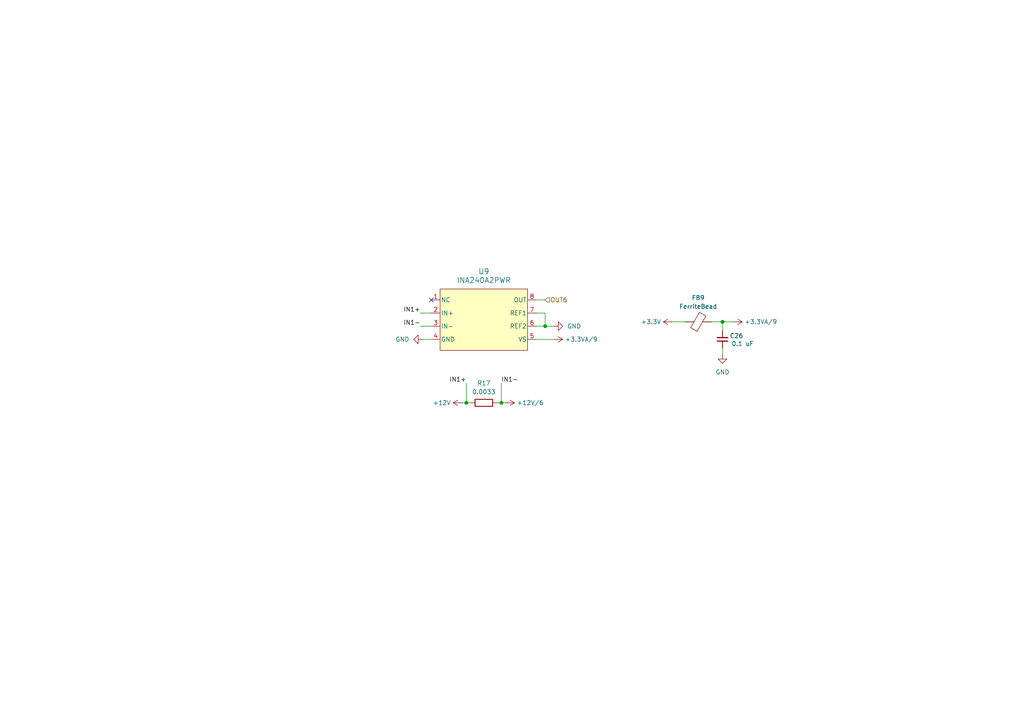
<source format=kicad_sch>
(kicad_sch (version 20231120) (generator "eeschema") (generator_version "8.0")
  (paper "A4")
  (lib_symbols
    (symbol "Device:C_Small" (pin_numbers hide) (pin_names (offset 0.254) hide)
      (property "Reference" "C" (at 0.254 1.778 0))
      (property "Value" "C_Small" (at 0.254 -2.032 0))
      (symbol "C_Small_0_1"
        (polyline (pts (xy -1.524 -0.508) (xy 1.524 -0.508)) (stroke (width 0.3302)))
        (polyline (pts (xy -1.524 0.508) (xy 1.524 0.508)) (stroke (width 0.3048)))
      )
      (symbol "C_Small_1_1"
        (pin passive line (at 0 2.54 270) (length 2.032) (name "~") (number "1"))
        (pin passive line (at 0 -2.54 90) (length 2.032) (name "~") (number "2"))
      )
    )
    (symbol "Device:FerriteBead" (pin_numbers hide) (pin_names (offset 0))
      (property "Reference" "FB" (at -3.81 0.635 90))
      (property "Value" "FerriteBead" (at 3.81 0 90))
      (symbol "FerriteBead_0_1"
        (polyline (pts (xy 0 -1.27) (xy 0 -1.2192)))
        (polyline (pts (xy 0 1.27) (xy 0 1.2954)))
        (polyline (pts (xy -2.7686 0.4064) (xy -1.7018 2.2606) (xy 2.7686 -0.3048) (xy 1.6764 -2.159) (xy -2.7686 0.4064)))
      )
      (symbol "FerriteBead_1_1"
        (pin passive line (at 0 3.81 270) (length 2.54) (name "~") (number "1"))
        (pin passive line (at 0 -3.81 90) (length 2.54) (name "~") (number "2"))
      )
    )
    (symbol "Device:R" (pin_numbers hide) (pin_names (offset 0))
      (property "Reference" "R" (at 2.032 0 90))
      (property "Value" "R" (at 0 0 90))
      (symbol "R_0_1"
        (rectangle (start -1.016 -2.54) (end 1.016 2.54) (stroke (width 0.254)))
      )
      (symbol "R_1_1"
        (pin passive line (at 0 3.81 270) (length 1.27) (name "~") (number "1"))
        (pin passive line (at 0 -3.81 90) (length 1.27) (name "~") (number "2"))
      )
    )
    (symbol "INA240A2PWR:INA240A2PWR" (pin_names (offset 0.254))
      (property "Reference" "U" (at 20.32 10.16 0))
      (property "Value" "INA240A2PWR" (at 20.32 7.62 0))
      (symbol "INA240A2PWR_1_1"
        (rectangle (start 7.62 5.08) (end 33.02 -12.7) (fill (type background)))
        (pin unspecified line (at 5.08 1.905 0) (length 2.54) (name "NC") (number "1"))
        (pin input line (at 5.08 -1.905 0) (length 2.54) (name "IN+") (number "2"))
        (pin input line (at 5.08 -5.715 0) (length 2.54) (name "IN-") (number "3"))
        (pin power_in line (at 5.08 -9.525 0) (length 2.54) (name "GND") (number "4"))
        (pin power_in line (at 35.56 -9.525 180) (length 2.54) (name "VS") (number "5"))
        (pin input line (at 35.56 -5.715 180) (length 2.54) (name "REF2") (number "6"))
        (pin input line (at 35.56 -1.905 180) (length 2.54) (name "REF1") (number "7"))
        (pin output line (at 35.56 1.905 180) (length 2.54) (name "OUT") (number "8"))
      )
    )
    (symbol "power:+12V" (power) (pin_numbers hide) (pin_names (offset 0) hide)
      (property "Value" "+12V" (at 0 3.556 0))
      (symbol "+12V_0_1"
        (polyline (pts (xy -0.762 1.27) (xy 0 2.54)))
        (polyline (pts (xy 0 0) (xy 0 2.54)))
        (polyline (pts (xy 0 2.54) (xy 0.762 1.27)))
      )
      (symbol "+12V_1_1"
        (pin power_in line (at 0 0 90) (length 0) (name "~") (number "1"))
      )
    )
    (symbol "power:+3.3V" (power) (pin_numbers hide) (pin_names (offset 0) hide)
      (property "Value" "+3.3V" (at 0 3.556 0))
      (symbol "+3.3V_0_1"
        (polyline (pts (xy -0.762 1.27) (xy 0 2.54)))
        (polyline (pts (xy 0 0) (xy 0 2.54)))
        (polyline (pts (xy 0 2.54) (xy 0.762 1.27)))
      )
      (symbol "+3.3V_1_1"
        (pin power_in line (at 0 0 90) (length 0) (name "~") (number "1"))
      )
    )
    (symbol "power:+48V" (power) (pin_numbers hide) (pin_names (offset 0) hide)
      (property "Value" "+48V" (at 0 3.556 0))
      (symbol "+48V_0_1"
        (polyline (pts (xy -0.762 1.27) (xy 0 2.54)))
        (polyline (pts (xy 0 0) (xy 0 2.54)))
        (polyline (pts (xy 0 2.54) (xy 0.762 1.27)))
      )
      (symbol "+48V_1_1"
        (pin power_in line (at 0 0 90) (length 0) (name "~") (number "1"))
      )
    )
    (symbol "power:GND" (power) (pin_numbers hide) (pin_names (offset 0) hide)
      (property "Value" "GND" (at 0 -3.81 0))
      (symbol "GND_0_1"
        (polyline (pts (xy 0 0) (xy 0 -1.27) (xy 1.27 -1.27) (xy 0 -2.54) (xy -1.27 -1.27) (xy 0 -1.27)))
      )
      (symbol "GND_1_1"
        (pin power_in line (at 0 0 270) (length 0) (name "~") (number "1"))
      )
    )
  )
  (junction (at 158.115 94.615))
  (junction (at 135.255 116.84))
  (junction (at 145.415 116.84))
  (junction (at 209.55 93.345))
  (no_connect (at 125.095 86.995))
  (wire (pts (xy 158.115 90.805) (xy 158.115 94.615)))
  (wire (pts (xy 155.575 90.805) (xy 158.115 90.805)))
  (wire (pts (xy 122.555 98.425) (xy 125.095 98.425)))
  (wire (pts (xy 144.145 116.84) (xy 145.415 116.84)))
  (wire (pts (xy 158.115 94.615) (xy 160.655 94.615)))
  (wire (pts (xy 121.92 90.805) (xy 125.095 90.805)))
  (wire (pts (xy 145.415 111.125) (xy 145.415 116.84)))
  (wire (pts (xy 155.575 94.615) (xy 158.115 94.615)))
  (wire (pts (xy 209.55 95.885) (xy 209.55 93.345)))
  (wire (pts (xy 155.575 98.425) (xy 160.655 98.425)))
  (wire (pts (xy 135.255 116.84) (xy 136.525 116.84)))
  (wire (pts (xy 145.415 116.84) (xy 146.685 116.84)))
  (wire (pts (xy 135.255 111.125) (xy 135.255 116.84)))
  (wire (pts (xy 121.92 94.615) (xy 125.095 94.615)))
  (wire (pts (xy 209.55 100.965) (xy 209.55 102.87)))
  (wire (pts (xy 209.55 93.345) (xy 212.725 93.345)))
  (wire (pts (xy 133.985 116.84) (xy 135.255 116.84)))
  (wire (pts (xy 155.575 86.995) (xy 158.115 86.995)))
  (wire (pts (xy 209.55 93.345) (xy 206.375 93.345)))
  (wire (pts (xy 194.945 93.345) (xy 198.755 93.345)))
  (label "IN1-" (at 121.92 94.615 180))
  (label "IN1-" (at 145.415 111.125 0))
  (label "IN1+" (at 135.255 111.125 180))
  (label "IN1+" (at 121.92 90.805 180))
  (hierarchical_label "OUT6" (shape input) (at 158.115 86.995 0))
  (symbol (lib_id "power:+3.3V") (at 212.725 93.345 270) (unit 1)
    (property "Reference" "#PWR0129" (effects (hide yes)))
    (property "Value" "+3.3VA/9" (at 215.9 93.3449 90) (effects (justify left)))
    (property "Description" "Power symbol creates a global label with name \"+3.3V\"" (effects (hide yes)))
  )
  (symbol (lib_id "power:GND") (at 209.55 102.87 0) (unit 1)
    (property "Reference" "#PWR083" (effects (hide yes)))
    (property "Value" "GND" (at 209.55 107.95 0))
    (property "Description" "Power symbol creates a global label with name \"GND\" , ground" (effects (hide yes)))
  )
  (symbol (lib_id "power:GND") (at 122.555 98.425 270) (unit 1)
    (property "Reference" "#PWR084" (effects (hide yes)))
    (property "Value" "GND" (at 118.745 98.4249 90) (effects (justify right)))
    (property "Description" "Power symbol creates a global label with name \"GND\" , ground" (effects (hide yes)))
  )
  (symbol (lib_id "power:+3.3V") (at 160.655 98.425 270) (unit 1)
    (property "Reference" "#PWR088" (effects (hide yes)))
    (property "Value" "+3.3VA/9" (at 163.83 98.4249 90) (effects (justify left)))
    (property "Description" "Power symbol creates a global label with name \"+3.3V\"" (effects (hide yes)))
  )
  (symbol (lib_id "power:+3.3V") (at 194.945 93.345 90) (unit 1)
    (property "Reference" "#PWR082" (effects (hide yes)))
    (property "Value" "+3.3V" (at 191.77 93.3449 90) (effects (justify left)))
    (property "Description" "Power symbol creates a global label with name \"+3.3V\"" (effects (hide yes)))
  )
  (symbol (lib_id "INA240A2PWR:INA240A2PWR") (at 120.015 88.9 0) (unit 1)
    (property "Reference" "U9" (at 140.335 78.74 0) (effects (font (size 1.524 1.524))))
    (property "Value" "INA240A2PWR" (at 140.335 81.28 0) (effects (font (size 1.524 1.524))))
    (property "Footprint" "INA240A2PWR:PW0008A_M" (effects (hide yes)))
    (property "Datasheet" "https://www.ti.com/lit/gpn/ina240" (effects (hide yes)))
    (property "Description" "IC CURR SENSE 1 CIRCUIT 8TSSOP" (effects (hide yes)))
    (property "Mfr." "Texas Instruments" (effects (hide yes)))
    (property "Part #" "INA240A2PWR" (effects (hide yes)))
    (property "Price" "$2.426" (effects (hide yes)))
    (property "Order Link" "https://www.digikey.com/en/products/detail/texas-instruments/INA240A2PWR/6562018" (effects (hide yes)))
  )
  (symbol (lib_id "power:+48V") (at 133.985 116.84 90) (unit 1)
    (property "Reference" "#PWR085" (effects (hide yes)))
    (property "Value" "+12V" (at 130.81 116.8399 90) (effects (justify left)))
    (property "Description" "Power symbol creates a global label with name \"+48V\"" (effects (hide yes)))
  )
  (symbol (lib_id "power:+12V") (at 146.685 116.84 270) (unit 1)
    (property "Reference" "#PWR086" (effects (hide yes)))
    (property "Value" "+12V/6" (at 153.797 116.84 90))
    (property "Description" "Power symbol creates a global label with name \"+12V\"" (effects (hide yes)))
  )
  (symbol (lib_id "power:GND") (at 160.655 94.615 90) (unit 1)
    (property "Reference" "#PWR087" (effects (hide yes)))
    (property "Value" "GND" (at 164.465 94.6149 90) (effects (justify right)))
    (property "Description" "Power symbol creates a global label with name \"GND\" , ground" (effects (hide yes)))
  )
  (symbol (lib_id "Device:R") (at 140.335 116.84 90) (unit 1)
    (property "Reference" "R17" (at 140.335 111.125 90))
    (property "Value" "0.0033" (at 140.335 113.665 90))
    (property "Footprint" "WSLP25123L300DEA:RES_VISHAY_WSLP2512_A_VIS" (effects (hide yes)))
    (property "Datasheet" "https://www.vishay.com/docs/30122/wslp.pdf" (effects (hide yes)))
    (property "Description" "RES 0.0033 OHM 0.5% 3W 2512" (effects (hide yes)))
    (property "Mfr." "Vishay Dale" (effects (hide yes)))
    (property "Part #" "WSLP25123L300DEA" (effects (hide yes)))
    (property "Price" "$2.767" (effects (hide yes)))
    (property "Order Link" "https://www.digikey.com/en/products/detail/vishay-dale/WSLP25123L300DEA/9755540" (effects (hide yes)))
  )
  (symbol (lib_id "Device:FerriteBead") (at 202.565 93.345 90) (unit 1)
    (property "Reference" "FB9" (at 202.5142 86.36 90))
    (property "Value" "FerriteBead" (at 202.5142 88.9 90))
    (property "Footprint" "MPZ2012S102ATD25:BEADC2012X105N" (effects (hide yes)))
    (property "Datasheet" "https://product.tdk.com/en/system/files/dam/doc/product/emc/emc/beads/catalog/beads_automotive_power_mpz2012_en.pdf" (effects (hide yes)))
    (property "Description" "FERRITE BEAD 1 KOHM 0805 1LN" (effects (hide yes)))
    (property "Mfr." "TDK Corporation" (effects (hide yes)))
    (property "Part #" "MPZ2012S102ATD25" (effects (hide yes)))
    (property "Price" "$0.084" (effects (hide yes)))
    (property "Order Link" "https://www.digikey.com/en/products/detail/tdk-corporation/MPZ2012S102ATD25/5040327" (effects (hide yes)))
  )
  (symbol (lib_id "Device:C_Small") (at 209.55 98.425 180) (unit 1)
    (property "Reference" "C26" (at 213.614 97.409 0))
    (property "Value" "0.1 uF" (at 215.392 99.695 0))
    (property "Footprint" "0805 Ceramic Capacitor:CAPC2012X140N" (effects (hide yes)))
    (property "Datasheet" "https://content.kemet.com/datasheets/KEM_C1023_X7R_AUTO_SMD.pdf" (effects (hide yes)))
    (property "Description" "0.1 uF 0805 Ceramic Capacitor - Automotive, Bypass, Decoupling" (effects (hide yes)))
    (property "Mfr." "KEMET" (effects (hide yes)))
    (property "Part #" "C0805C104J5RACAUTO" (effects (hide yes)))
    (property "Price" "$0.109" (effects (hide yes)))
    (property "Order Link" "https://www.digikey.com/en/products/detail/kemet/C0805C104J5RACAUTO/3314919" (effects (hide yes)))
  )
)
</source>
